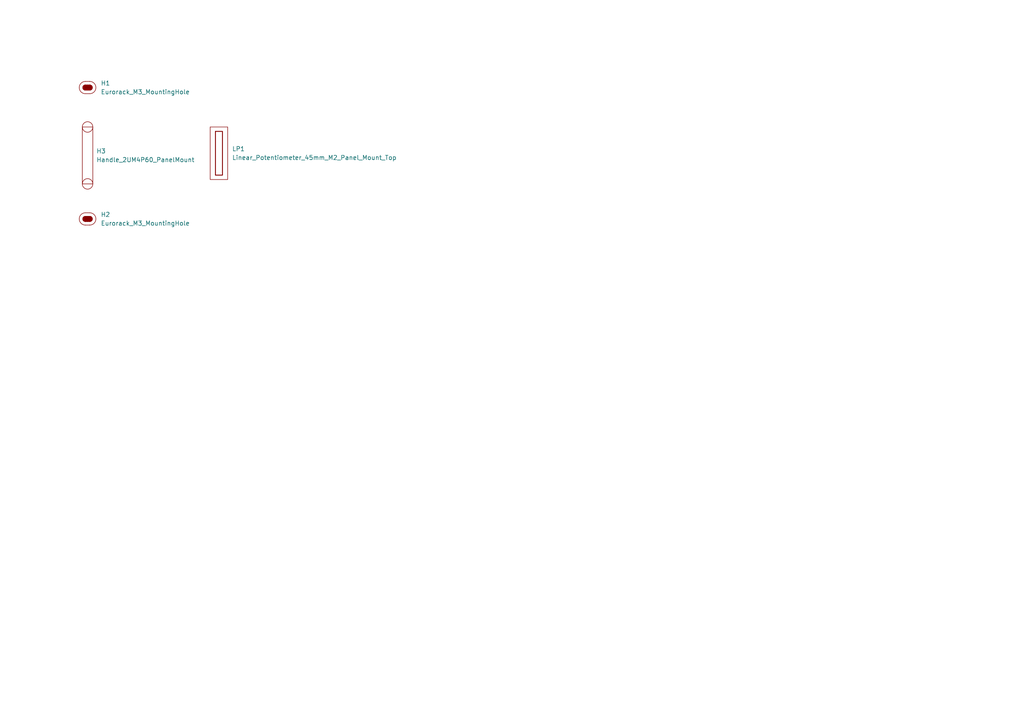
<source format=kicad_sch>
(kicad_sch (version 20250114) (generator "eeschema") (generator_version "9.0")
  (paper "A4")
  (lib_symbols
    (symbol "EXC:Eurorack_M3_MountingHole" (pin_names (offset 1.016))
      (property "Reference" "H" (at 0 5.08 0))
      (property "Value" "Eurorack_M3_MountingHole" (at 0 3.175 0))
      (symbol "Eurorack_M3_MountingHole_0_1"
        (polyline (pts (xy -0.635 0.762) (xy 0.635 0.762)))
        (circle (center -0.635 0) (radius 0.762) (fill (type outline)))
        (arc (start -0.635 -0.762) (mid -1.397 0) (end -0.635 0.762))
        (arc (start -0.635 -1.778) (mid -2.413 0) (end -0.635 1.778))
        (polyline (pts (xy -0.635 -0.762) (xy 0.635 -0.762)))
        (polyline (pts (xy -0.635 -1.778) (xy 0.635 -1.778)))
        (circle (center 0 0) (radius 0.762) (fill (type outline)))
        (polyline (pts (xy 0.635 1.778) (xy -0.635 1.778)))
        (arc (start 0.6141 1.778) (mid 2.4131 0) (end 0.6141 -1.778))
        (arc (start 0.6227 0.762) (mid 1.3971 0) (end 0.6227 -0.762))
        (circle (center 0.635 0) (radius 0.762) (fill (type outline)))
      )
    )
    (symbol "EXC:Handle_2UM4P60_A"
      (property "Reference" "H" (at 0 -2.794 0))
      (property "Value" "Handle_2UM4P60_PanelMount" (at 0.254 -20.828 0))
      (symbol "Handle_2UM4P60_A_0_1"
        (rectangle (start -1.524 0) (end 1.524 -16.51))
        (circle (center 0 0) (radius 1.524))
        (circle (center 0 -16.51) (radius 1.524))
      )
    )
    (symbol "EXC:Linear_Potentiometer_45mm_M2_Panel_Mount_Top" (pin_numbers (hide yes)) (pin_names (offset 0))
      (property "Reference" "LP" (at 0 8.636 0))
      (property "Value" "Linear_Potentiometer_45mm_M2_Panel_Mount_Top" (at 0.254 -8.89 0))
      (symbol "Linear_Potentiometer_45mm_M2_Panel_Mount_Top_0_1"
        (rectangle (start -2.54 7.62) (end 2.54 -7.62))
        (rectangle (start -1.016 6.35) (end 1.016 -6.35) (stroke (width 0.254)))
      )
    )
  )
  (symbol (lib_id "EXC:Handle_2UM4P60_A") (at 25.4 36.83 0) (unit 1)
    (property "Reference" "H3" (at 27.94 43.8149 0) (effects (justify left)))
    (property "Value" "Handle_2UM4P60_PanelMount" (at 27.94 46.3549 0) (effects (justify left)))
    (property "Footprint" "EXC:Handle_2UM4P60_A" (effects (hide yes)))
    (property "Datasheet" "https://ae-pic-a1.aliexpress-media.com/kf/Sbae1622782804f9f92841f71c2bff088U.jpg" (effects (hide yes)))
    (property "Description" "The part of the 60mm handle that has the holes for the mounting screws" (effects (hide yes)))
    (property "Source" "https://www.aliexpress.com/item/1005007166949940.html" (effects (hide yes)))
  )
  (symbol (lib_id "EXC:Eurorack_M3_MountingHole") (at 25.4 25.4 0) (unit 1)
    (property "Reference" "H1" (at 29.21 24.1299 0) (effects (justify left)))
    (property "Value" "Eurorack_M3_MountingHole" (at 29.21 26.6699 0) (effects (justify left)))
    (property "Footprint" "EXC:MountingHole_3.2mm_M3" (effects (hide yes)))
    (property "Description" "Mounting Hole without connection" (effects (hide yes)))
  )
  (symbol (lib_id "EXC:Eurorack_M3_MountingHole") (at 25.4 63.5 0) (unit 1)
    (property "Reference" "H2" (at 29.21 62.2299 0) (effects (justify left)))
    (property "Value" "Eurorack_M3_MountingHole" (at 29.21 64.7699 0) (effects (justify left)))
    (property "Footprint" "EXC:MountingHole_3.2mm_M3" (effects (hide yes)))
    (property "Description" "Mounting Hole without connection" (effects (hide yes)))
  )
  (symbol (lib_id "EXC:Linear_Potentiometer_45mm_M2_Panel_Mount_Top") (at 63.5 44.45 0) (unit 1)
    (property "Reference" "LP1" (at 67.31 43.1799 0) (effects (justify left)))
    (property "Value" "Linear_Potentiometer_45mm_M2_Panel_Mount_Top" (at 67.31 45.7199 0) (effects (justify left)))
    (property "Footprint" "EXC:Linear_Potentiometer_45mm_M2_Panel_Mount_Top" (effects (hide yes)))
    (property "Datasheet" "https://cdn-shop.adafruit.com/product-files/4272/P4272+C13403-001+Data+Sheet+.pdf" (effects (hide yes)))
    (property "Description" "Slide Potentiometer with Knob - 45mm Long - 10KΩ. Panel-mounted with 2x M2 screws, 41mm apart." (effects (hide yes)))
    (property "Source" "https://www.adafruit.com/product/4272" (effects (hide yes)))
  )
)
</source>
